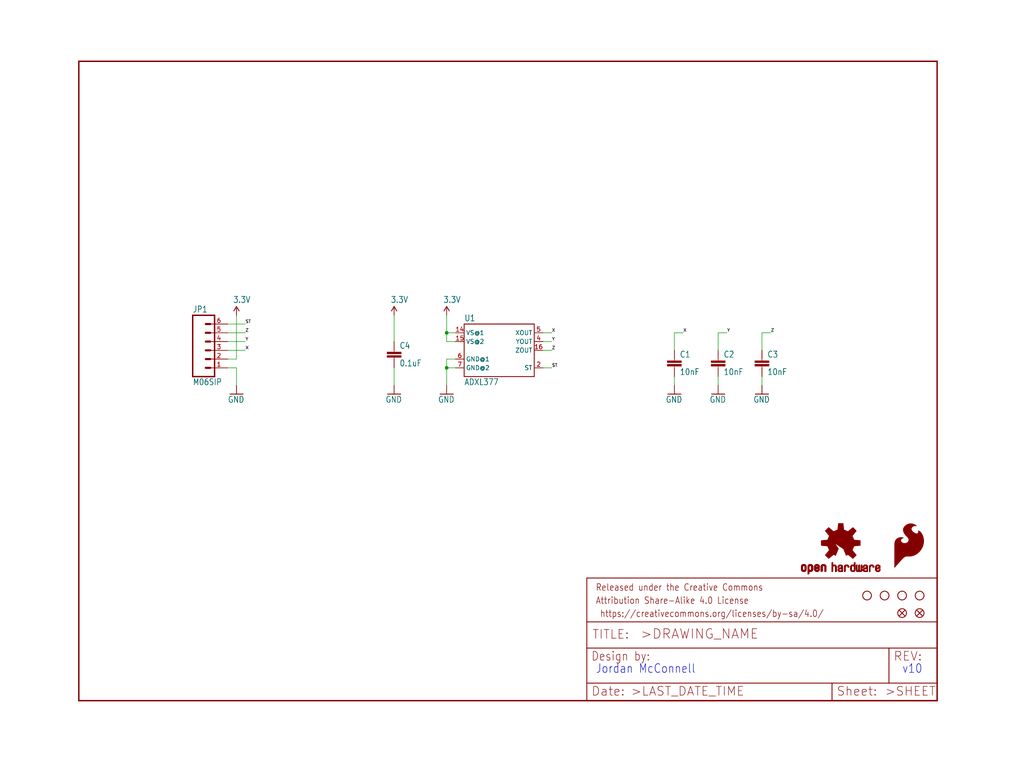
<source format=kicad_sch>
(kicad_sch (version 20211123) (generator eeschema)
  (paper "User" 297.002 223.926)
  (lib_symbols
    (symbol "eagleSchem-eagle-import:0.1UF-25V(+80{slash}-20%)(0603)"
      (property "Reference" "C" (at 1.524 2.921 0))
      (property "Value" "0.1UF-25V(+80{slash}-20%)(0603)" (at 1.524 -2.159 0))
      (symbol "0.1UF-25V(+80{slash}-20%)(0603)_1_0"
        (pin passive line (at 0 5.08 270) (length 2.54) (name "1") (number "1"))
        (pin passive line (at 0 -2.54 90) (length 2.54) (name "2") (number "2"))
      )
    )
    (symbol "eagleSchem-eagle-import:10NF{slash}10000PF-50V-10%(0603)"
      (property "Reference" "C" (at 1.524 2.921 0))
      (property "Value" "10NF{slash}10000PF-50V-10%(0603)" (at 1.524 -2.159 0))
      (symbol "10NF{slash}10000PF-50V-10%(0603)_1_0"
        (pin passive line (at 0 5.08 270) (length 2.54) (name "1") (number "1"))
        (pin passive line (at 0 -2.54 90) (length 2.54) (name "2") (number "2"))
      )
    )
    (symbol "eagleSchem-eagle-import:3.3V" (power)
      (property "Value" "3.3V" (at -1.016 3.556 0))
      (symbol "3.3V_1_0"
        (pin power_in line (at 0 0 90) (length 2.54) (name "3.3V") (number "1"))
      )
    )
    (symbol "eagleSchem-eagle-import:ADXL377"
      (property "Value" "ADXL377" (at -10.16 -10.16 0))
      (symbol "ADXL377_1_0"
        (pin bidirectional line (at -12.7 5.08 0) (length 2.54) (name "VS@1") (number "14"))
        (pin bidirectional line (at -12.7 2.54 0) (length 2.54) (name "VS@2") (number "15"))
        (pin bidirectional line (at 12.7 0 180) (length 2.54) (name "ZOUT") (number "16"))
        (pin bidirectional line (at 12.7 -5.08 180) (length 2.54) (name "ST") (number "2"))
        (pin bidirectional line (at 12.7 2.54 180) (length 2.54) (name "YOUT") (number "4"))
        (pin bidirectional line (at 12.7 5.08 180) (length 2.54) (name "XOUT") (number "5"))
        (pin bidirectional line (at -12.7 -2.54 0) (length 2.54) (name "GND@1") (number "6"))
        (pin bidirectional line (at -12.7 -5.08 0) (length 2.54) (name "GND@2") (number "7"))
      )
    )
    (symbol "eagleSchem-eagle-import:FIDUCIAL1X2")
    (symbol "eagleSchem-eagle-import:FRAME-LETTER"
      (symbol "FRAME-LETTER_2_0"
        (text " https://creativecommons.org/licenses/by-sa/4.0/" (at 2.54 24.13 0) (effects (font (size 1.9304 1.6408)) (justify left bottom)))
        (text ">DRAWING_NAME" (at 15.494 17.78 0) (effects (font (size 2.7432 2.7432)) (justify left bottom)))
        (text ">LAST_DATE_TIME" (at 12.7 1.27 0) (effects (font (size 2.54 2.54)) (justify left bottom)))
        (text ">SHEET" (at 86.36 1.27 0) (effects (font (size 2.54 2.54)) (justify left bottom)))
        (text "Attribution Share-Alike 4.0 License" (at 2.54 27.94 0) (effects (font (size 1.9304 1.6408)) (justify left bottom)))
        (text "Date:" (at 1.27 1.27 0) (effects (font (size 2.54 2.54)) (justify left bottom)))
        (text "Design by:" (at 1.27 11.43 0) (effects (font (size 2.54 2.159)) (justify left bottom)))
        (text "Released under the Creative Commons" (at 2.54 31.75 0) (effects (font (size 1.9304 1.6408)) (justify left bottom)))
        (text "REV:" (at 88.9 11.43 0) (effects (font (size 2.54 2.54)) (justify left bottom)))
        (text "Sheet:" (at 72.39 1.27 0) (effects (font (size 2.54 2.54)) (justify left bottom)))
        (text "TITLE:" (at 1.524 17.78 0) (effects (font (size 2.54 2.54)) (justify left bottom)))
      )
    )
    (symbol "eagleSchem-eagle-import:GND" (power)
      (property "Value" "GND" (at -2.54 -2.54 0))
      (symbol "GND_1_0"
        (pin power_in line (at 0 2.54 270) (length 2.54) (name "GND") (number "1"))
      )
    )
    (symbol "eagleSchem-eagle-import:M06SIP"
      (property "Reference" "JP" (at -5.08 10.922 0))
      (property "Value" "M06SIP" (at -5.08 -10.16 0))
      (symbol "M06SIP_1_0"
        (pin passive line (at 5.08 -5.08 180) (length 5.08) (name "1") (number "1"))
        (pin passive line (at 5.08 -2.54 180) (length 5.08) (name "2") (number "2"))
        (pin passive line (at 5.08 0 180) (length 5.08) (name "3") (number "3"))
        (pin passive line (at 5.08 2.54 180) (length 5.08) (name "4") (number "4"))
        (pin passive line (at 5.08 5.08 180) (length 5.08) (name "5") (number "5"))
        (pin passive line (at 5.08 7.62 180) (length 5.08) (name "6") (number "6"))
      )
    )
    (symbol "eagleSchem-eagle-import:OSHW-LOGOS")
    (symbol "eagleSchem-eagle-import:SFE_LOGO_FLAME.1_INCH")
    (symbol "eagleSchem-eagle-import:STAND-OFF")
  )
  (junction (at 129.54 106.68))
  (junction (at 129.54 96.52))
  (wire (pts (xy 68.58 111.76) (xy 68.58 106.68)))
  (wire (pts (xy 68.58 104.14) (xy 66.04 104.14)))
  (wire (pts (xy 129.54 106.68) (xy 132.08 106.68)))
  (wire (pts (xy 129.54 104.14) (xy 129.54 106.68)))
  (wire (pts (xy 195.58 101.6) (xy 195.58 96.52)))
  (wire (pts (xy 66.04 99.06) (xy 71.12 99.06)))
  (wire (pts (xy 157.48 96.52) (xy 160.02 96.52)))
  (wire (pts (xy 68.58 106.68) (xy 66.04 106.68)))
  (wire (pts (xy 220.98 101.6) (xy 220.98 96.52)))
  (wire (pts (xy 129.54 111.76) (xy 129.54 106.68)))
  (wire (pts (xy 208.28 101.6) (xy 208.28 96.52)))
  (wire (pts (xy 157.48 99.06) (xy 160.02 99.06)))
  (wire (pts (xy 129.54 99.06) (xy 129.54 96.52)))
  (wire (pts (xy 68.58 91.44) (xy 68.58 104.14)))
  (wire (pts (xy 114.3 106.68) (xy 114.3 111.76)))
  (wire (pts (xy 195.58 111.76) (xy 195.58 109.22)))
  (wire (pts (xy 66.04 101.6) (xy 71.12 101.6)))
  (wire (pts (xy 66.04 96.52) (xy 71.12 96.52)))
  (wire (pts (xy 132.08 96.52) (xy 129.54 96.52)))
  (wire (pts (xy 132.08 99.06) (xy 129.54 99.06)))
  (wire (pts (xy 132.08 104.14) (xy 129.54 104.14)))
  (wire (pts (xy 220.98 109.22) (xy 220.98 111.76)))
  (wire (pts (xy 114.3 91.44) (xy 114.3 99.06)))
  (wire (pts (xy 208.28 109.22) (xy 208.28 111.76)))
  (wire (pts (xy 157.48 106.68) (xy 160.02 106.68)))
  (wire (pts (xy 66.04 93.98) (xy 71.12 93.98)))
  (wire (pts (xy 208.28 96.52) (xy 210.82 96.52)))
  (wire (pts (xy 195.58 96.52) (xy 198.12 96.52)))
  (wire (pts (xy 129.54 96.52) (xy 129.54 91.44)))
  (wire (pts (xy 157.48 101.6) (xy 160.02 101.6)))
  (wire (pts (xy 220.98 96.52) (xy 223.52 96.52)))
  (text "v10" (at 261.62 195.58 180) (effects (font (size 2.54 2.159)) (justify left bottom)))
  (text "Jordan McConnell" (at 172.72 195.58 180) (effects (font (size 2.54 2.159)) (justify left bottom)))
  (label "X" (at 71.12 101.6 0) (effects (font (size 0.889 0.889))))
  (label "X" (at 198.12 96.52 0) (effects (font (size 0.889 0.889))))
  (label "ST" (at 71.12 93.98 0) (effects (font (size 0.889 0.889))))
  (label "Y" (at 210.82 96.52 0) (effects (font (size 0.889 0.889))))
  (label "Z" (at 160.02 101.6 0) (effects (font (size 0.889 0.889))))
  (label "Y" (at 71.12 99.06 0) (effects (font (size 0.889 0.889))))
  (label "Z" (at 223.52 96.52 0) (effects (font (size 0.889 0.889))))
  (label "ST" (at 160.02 106.68 0) (effects (font (size 0.889 0.889))))
  (label "Y" (at 160.02 99.06 0) (effects (font (size 0.889 0.889))))
  (label "X" (at 160.02 96.52 0) (effects (font (size 0.889 0.889))))
  (label "Z" (at 71.12 96.52 0) (effects (font (size 0.889 0.889))))
  (symbol (lib_id "eagleSchem-eagle-import:STAND-OFF") (at 256.54 172.72 0) (unit 1)
    (property "Reference" "STANDOFF3" (effects hide))
    (property "Value" "STAND-OFF" (effects hide))
    (property "Footprint" "eagleSchem:STAND-OFF" (effects hide))
  )
  (symbol (lib_id "eagleSchem-eagle-import:GND") (at 129.54 114.3 0) (unit 1)
    (property "Reference" "#GND2" (effects hide))
    (property "Value" "GND" (at 127 116.84 0) (effects (font (size 1.778 1.5113)) (justify left bottom)))
    (property "Footprint" "eagleSchem:" (effects hide))
  )
  (symbol (lib_id "eagleSchem-eagle-import:0.1UF-25V(+80{slash}-20%)(0603)") (at 114.3 104.14 0) (unit 1)
    (property "Reference" "C4" (at 115.824 101.219 0) (effects (font (size 1.778 1.5113)) (justify left bottom)))
    (property "Value" "0.1uF" (at 115.824 106.299 0) (effects (font (size 1.778 1.5113)) (justify left bottom)))
    (property "Footprint" "eagleSchem:0603-CAP" (effects hide))
  )
  (symbol (lib_id "eagleSchem-eagle-import:SFE_LOGO_FLAME.1_INCH") (at 259.08 165.1 0) (unit 1)
    (property "Reference" "LOGO1" (effects hide))
    (property "Value" "SFE_LOGO_FLAME.1_INCH" (effects hide))
    (property "Footprint" "eagleSchem:SFE_LOGO_FLAME_.1" (effects hide))
  )
  (symbol (lib_id "eagleSchem-eagle-import:10NF{slash}10000PF-50V-10%(0603)") (at 208.28 106.68 0) (unit 1)
    (property "Reference" "C2" (at 209.804 103.759 0) (effects (font (size 1.778 1.5113)) (justify left bottom)))
    (property "Value" "10nF" (at 209.804 108.839 0) (effects (font (size 1.778 1.5113)) (justify left bottom)))
    (property "Footprint" "eagleSchem:0603-CAP" (effects hide))
  )
  (symbol (lib_id "eagleSchem-eagle-import:FRAME-LETTER") (at 22.86 203.2 0) (unit 1)
    (property "Reference" "FRAME1" (effects hide))
    (property "Value" "FRAME-LETTER" (effects hide))
    (property "Footprint" "eagleSchem:CREATIVE_COMMONS" (effects hide))
  )
  (symbol (lib_id "eagleSchem-eagle-import:FIDUCIAL1X2") (at 261.62 177.8 0) (unit 1)
    (property "Reference" "FID2" (effects hide))
    (property "Value" "FIDUCIAL1X2" (effects hide))
    (property "Footprint" "eagleSchem:FIDUCIAL-1X2" (effects hide))
  )
  (symbol (lib_id "eagleSchem-eagle-import:10NF{slash}10000PF-50V-10%(0603)") (at 195.58 106.68 0) (unit 1)
    (property "Reference" "C1" (at 197.104 103.759 0) (effects (font (size 1.778 1.5113)) (justify left bottom)))
    (property "Value" "10nF" (at 197.104 108.839 0) (effects (font (size 1.778 1.5113)) (justify left bottom)))
    (property "Footprint" "eagleSchem:0603-CAP" (effects hide))
  )
  (symbol (lib_id "eagleSchem-eagle-import:GND") (at 195.58 114.3 0) (unit 1)
    (property "Reference" "#GND3" (effects hide))
    (property "Value" "GND" (at 193.04 116.84 0) (effects (font (size 1.778 1.5113)) (justify left bottom)))
    (property "Footprint" "eagleSchem:" (effects hide))
  )
  (symbol (lib_id "eagleSchem-eagle-import:FIDUCIAL1X2") (at 266.7 177.8 0) (unit 1)
    (property "Reference" "FID1" (effects hide))
    (property "Value" "FIDUCIAL1X2" (effects hide))
    (property "Footprint" "eagleSchem:FIDUCIAL-1X2" (effects hide))
  )
  (symbol (lib_id "eagleSchem-eagle-import:STAND-OFF") (at 261.62 172.72 0) (unit 1)
    (property "Reference" "STANDOFF2" (effects hide))
    (property "Value" "STAND-OFF" (effects hide))
    (property "Footprint" "eagleSchem:STAND-OFF" (effects hide))
  )
  (symbol (lib_id "eagleSchem-eagle-import:3.3V") (at 129.54 91.44 0) (unit 1)
    (property "Reference" "#SUPPLY1" (effects hide))
    (property "Value" "3.3V" (at 128.524 87.884 0) (effects (font (size 1.778 1.5113)) (justify left bottom)))
    (property "Footprint" "eagleSchem:" (effects hide))
  )
  (symbol (lib_id "eagleSchem-eagle-import:GND") (at 114.3 114.3 0) (unit 1)
    (property "Reference" "#GND6" (effects hide))
    (property "Value" "GND" (at 111.76 116.84 0) (effects (font (size 1.778 1.5113)) (justify left bottom)))
    (property "Footprint" "eagleSchem:" (effects hide))
  )
  (symbol (lib_id "eagleSchem-eagle-import:FRAME-LETTER") (at 170.18 203.2 0) (unit 2)
    (property "Reference" "FRAME1" (effects hide))
    (property "Value" "FRAME-LETTER" (effects hide))
    (property "Footprint" "eagleSchem:CREATIVE_COMMONS" (effects hide))
  )
  (symbol (lib_id "eagleSchem-eagle-import:STAND-OFF") (at 266.7 172.72 0) (unit 1)
    (property "Reference" "STANDOFF1" (effects hide))
    (property "Value" "STAND-OFF" (effects hide))
    (property "Footprint" "eagleSchem:STAND-OFF" (effects hide))
  )
  (symbol (lib_id "eagleSchem-eagle-import:GND") (at 220.98 114.3 0) (unit 1)
    (property "Reference" "#GND5" (effects hide))
    (property "Value" "GND" (at 218.44 116.84 0) (effects (font (size 1.778 1.5113)) (justify left bottom)))
    (property "Footprint" "eagleSchem:" (effects hide))
  )
  (symbol (lib_id "eagleSchem-eagle-import:OSHW-LOGOS") (at 243.84 157.48 0) (unit 1)
    (property "Reference" "LOGO2" (effects hide))
    (property "Value" "OSHW-LOGOS" (effects hide))
    (property "Footprint" "eagleSchem:OSHW-LOGO-S" (effects hide))
  )
  (symbol (lib_id "eagleSchem-eagle-import:3.3V") (at 114.3 91.44 0) (unit 1)
    (property "Reference" "#SUPPLY3" (effects hide))
    (property "Value" "3.3V" (at 113.284 87.884 0) (effects (font (size 1.778 1.5113)) (justify left bottom)))
    (property "Footprint" "eagleSchem:" (effects hide))
  )
  (symbol (lib_id "eagleSchem-eagle-import:M06SIP") (at 60.96 101.6 0) (unit 1)
    (property "Reference" "JP1" (at 55.88 90.678 0) (effects (font (size 1.778 1.5113)) (justify left bottom)))
    (property "Value" "M06SIP" (at 55.88 111.76 0) (effects (font (size 1.778 1.5113)) (justify left bottom)))
    (property "Footprint" "eagleSchem:1X06" (effects hide))
  )
  (symbol (lib_id "eagleSchem-eagle-import:GND") (at 68.58 114.3 0) (unit 1)
    (property "Reference" "#GND1" (effects hide))
    (property "Value" "GND" (at 66.04 116.84 0) (effects (font (size 1.778 1.5113)) (justify left bottom)))
    (property "Footprint" "eagleSchem:" (effects hide))
  )
  (symbol (lib_id "eagleSchem-eagle-import:STAND-OFF") (at 251.46 172.72 0) (unit 1)
    (property "Reference" "STANDOFF4" (effects hide))
    (property "Value" "STAND-OFF" (effects hide))
    (property "Footprint" "eagleSchem:STAND-OFF" (effects hide))
  )
  (symbol (lib_id "eagleSchem-eagle-import:10NF{slash}10000PF-50V-10%(0603)") (at 220.98 106.68 0) (unit 1)
    (property "Reference" "C3" (at 222.504 103.759 0) (effects (font (size 1.778 1.5113)) (justify left bottom)))
    (property "Value" "10nF" (at 222.504 108.839 0) (effects (font (size 1.778 1.5113)) (justify left bottom)))
    (property "Footprint" "eagleSchem:0603-CAP" (effects hide))
  )
  (symbol (lib_id "eagleSchem-eagle-import:3.3V") (at 68.58 91.44 0) (unit 1)
    (property "Reference" "#SUPPLY2" (effects hide))
    (property "Value" "3.3V" (at 67.564 87.884 0) (effects (font (size 1.778 1.5113)) (justify left bottom)))
    (property "Footprint" "eagleSchem:" (effects hide))
  )
  (symbol (lib_id "eagleSchem-eagle-import:GND") (at 208.28 114.3 0) (unit 1)
    (property "Reference" "#GND4" (effects hide))
    (property "Value" "GND" (at 205.74 116.84 0) (effects (font (size 1.778 1.5113)) (justify left bottom)))
    (property "Footprint" "eagleSchem:" (effects hide))
  )
  (symbol (lib_id "eagleSchem-eagle-import:ADXL377") (at 144.78 101.6 0) (unit 1)
    (property "Reference" "U1" (at 134.62 93.218 0) (effects (font (size 1.778 1.5113)) (justify left bottom)))
    (property "Value" "ADXL377" (at 134.62 111.76 0) (effects (font (size 1.778 1.5113)) (justify left bottom)))
    (property "Footprint" "eagleSchem:LFCSP_LQ-16" (effects hide))
  )
)
</source>
